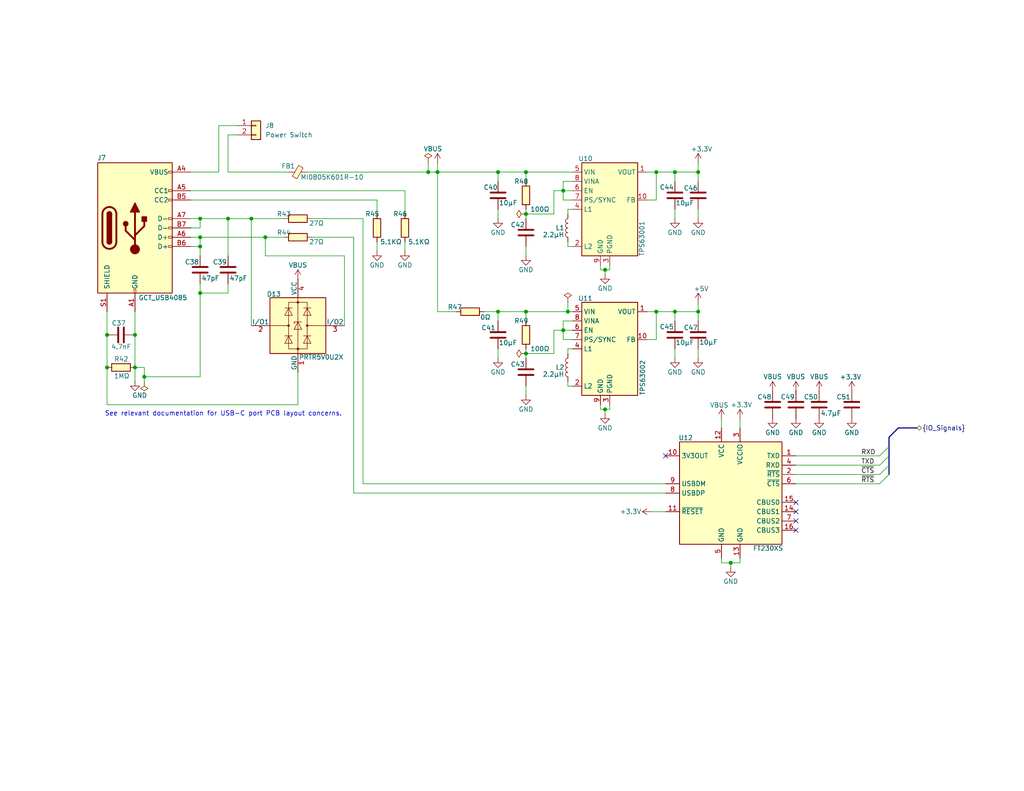
<source format=kicad_sch>
(kicad_sch (version 20231120) (generator "eeschema") (generator_version "8.0")
  (paper "USLetter")
  (lib_symbols
    (symbol "Connector:USB_C_Receptacle_USB2.0_14P" (pin_names (offset 1.016))
      (property "Reference" "J" (at 0 22.225 0))
      (property "Value" "USB_C_Receptacle_USB2.0_14P" (at 0 19.685 0))
      (symbol "USB_C_Receptacle_USB2.0_14P_0_0"
        (rectangle (start -0.254 -17.78) (end 0.254 -16.764))
        (rectangle (start 10.16 -4.826) (end 9.144 -5.334))
        (rectangle (start 10.16 -2.286) (end 9.144 -2.794))
        (rectangle (start 10.16 0.254) (end 9.144 -0.254))
        (rectangle (start 10.16 2.794) (end 9.144 2.286))
        (rectangle (start 10.16 7.874) (end 9.144 7.366))
        (rectangle (start 10.16 10.414) (end 9.144 9.906))
        (rectangle (start 10.16 15.494) (end 9.144 14.986))
      )
      (symbol "USB_C_Receptacle_USB2.0_14P_0_1"
        (rectangle (start -10.16 17.78) (end 10.16 -17.78) (stroke (width 0.254)) (fill (type background)))
        (arc (start -8.89 -3.81) (mid -6.985 -5.7067) (end -5.08 -3.81) (stroke (width 0.508)))
        (arc (start -7.62 -3.81) (mid -6.985 -4.4423) (end -6.35 -3.81) (stroke (width 0.254)))
        (arc (start -7.62 -3.81) (mid -6.985 -4.4423) (end -6.35 -3.81) (stroke (width 0.254)) (fill (type outline)))
        (rectangle (start -7.62 -3.81) (end -6.35 3.81) (stroke (width 0.254)) (fill (type outline)))
        (arc (start -6.35 3.81) (mid -6.985 4.4423) (end -7.62 3.81) (stroke (width 0.254)))
        (arc (start -6.35 3.81) (mid -6.985 4.4423) (end -7.62 3.81) (stroke (width 0.254)) (fill (type outline)))
        (arc (start -5.08 3.81) (mid -6.985 5.7067) (end -8.89 3.81) (stroke (width 0.508)))
        (circle (center -2.54 1.143) (radius 0.635) (stroke (width 0.254)) (fill (type outline)))
        (circle (center 0 -5.842) (radius 1.27) (fill (type outline)))
        (polyline (pts (xy -8.89 -3.81) (xy -8.89 3.81)) (stroke (width 0.508)))
        (polyline (pts (xy -5.08 3.81) (xy -5.08 -3.81)) (stroke (width 0.508)))
        (polyline (pts (xy 0 -5.842) (xy 0 4.318)) (stroke (width 0.508)))
        (polyline (pts (xy 0 -3.302) (xy -2.54 -0.762) (xy -2.54 0.508)) (stroke (width 0.508)))
        (polyline (pts (xy 0 -2.032) (xy 2.54 0.508) (xy 2.54 1.778)) (stroke (width 0.508)))
        (polyline (pts (xy -1.27 4.318) (xy 0 6.858) (xy 1.27 4.318) (xy -1.27 4.318)) (stroke (width 0.254)) (fill (type outline)))
        (rectangle (start 1.905 1.778) (end 3.175 3.048) (stroke (width 0.254)) (fill (type outline)))
      )
      (symbol "USB_C_Receptacle_USB2.0_14P_1_1"
        (pin passive line (at 0 -22.86 90) (length 5.08) (name "GND") (number "A1"))
        (pin passive line (at 0 -22.86 90) (length 5.08) hide (name "GND") (number "A12"))
        (pin passive line (at 15.24 15.24 180) (length 5.08) (name "VBUS") (number "A4"))
        (pin bidirectional line (at 15.24 10.16 180) (length 5.08) (name "CC1") (number "A5"))
        (pin bidirectional line (at 15.24 -2.54 180) (length 5.08) (name "D+") (number "A6"))
        (pin bidirectional line (at 15.24 2.54 180) (length 5.08) (name "D-") (number "A7"))
        (pin passive line (at 15.24 15.24 180) (length 5.08) hide (name "VBUS") (number "A9"))
        (pin passive line (at 0 -22.86 90) (length 5.08) hide (name "GND") (number "B1"))
        (pin passive line (at 0 -22.86 90) (length 5.08) hide (name "GND") (number "B12"))
        (pin passive line (at 15.24 15.24 180) (length 5.08) hide (name "VBUS") (number "B4"))
        (pin bidirectional line (at 15.24 7.62 180) (length 5.08) (name "CC2") (number "B5"))
        (pin bidirectional line (at 15.24 -5.08 180) (length 5.08) (name "D+") (number "B6"))
        (pin bidirectional line (at 15.24 0 180) (length 5.08) (name "D-") (number "B7"))
        (pin passive line (at 15.24 15.24 180) (length 5.08) hide (name "VBUS") (number "B9"))
        (pin passive line (at -7.62 -22.86 90) (length 5.08) (name "SHIELD") (number "S1"))
      )
    )
    (symbol "Connector_Generic:Conn_01x02" (pin_names (offset 1.016) hide)
      (property "Reference" "J" (at 0 2.54 0))
      (property "Value" "Conn_01x02" (at 0 -5.08 0))
      (symbol "Conn_01x02_1_1"
        (rectangle (start -1.27 -2.413) (end 0 -2.667) (stroke (width 0.1524)))
        (rectangle (start -1.27 0.127) (end 0 -0.127) (stroke (width 0.1524)))
        (rectangle (start -1.27 1.27) (end 1.27 -3.81) (stroke (width 0.254)) (fill (type background)))
        (pin passive line (at -5.08 0 0) (length 3.81) (name "Pin_1") (number "1"))
        (pin passive line (at -5.08 -2.54 0) (length 3.81) (name "Pin_2") (number "2"))
      )
    )
    (symbol "Device:C" (pin_numbers hide) (pin_names (offset 0.254))
      (property "Reference" "C" (at 0.635 2.54 0))
      (property "Value" "C" (at 0.635 -2.54 0))
      (symbol "C_0_1"
        (polyline (pts (xy -2.032 -0.762) (xy 2.032 -0.762)) (stroke (width 0.508)))
        (polyline (pts (xy -2.032 0.762) (xy 2.032 0.762)) (stroke (width 0.508)))
      )
      (symbol "C_1_1"
        (pin passive line (at 0 3.81 270) (length 2.794) (name "~") (number "1"))
        (pin passive line (at 0 -3.81 90) (length 2.794) (name "~") (number "2"))
      )
    )
    (symbol "Device:FerriteBead_Small" (pin_numbers hide) (pin_names (offset 0))
      (property "Reference" "FB" (at 1.905 1.27 0))
      (property "Value" "FerriteBead_Small" (at 1.905 -1.27 0))
      (symbol "FerriteBead_Small_0_1"
        (polyline (pts (xy 0 -1.27) (xy 0 -0.7874)))
        (polyline (pts (xy 0 0.889) (xy 0 1.2954)))
      )
      (symbol "FerriteBead_Small_1_1"
        (polyline (pts (xy -1.8288 0.2794) (xy -1.1176 1.4986) (xy 1.8288 -0.2032) (xy 1.1176 -1.4224) (xy -1.8288 0.2794)) (fill (type background)))
        (pin passive line (at 0 2.54 270) (length 1.27) (name "~") (number "1"))
        (pin passive line (at 0 -2.54 90) (length 1.27) (name "~") (number "2"))
      )
    )
    (symbol "Device:L" (pin_numbers hide) (pin_names (offset 1.016) hide)
      (property "Reference" "L" (at -1.27 0 90))
      (property "Value" "L" (at 1.905 0 90))
      (symbol "L_0_1"
        (arc (start 0 -2.54) (mid 0.6323 -1.905) (end 0 -1.27))
        (arc (start 0 -1.27) (mid 0.6323 -0.635) (end 0 0))
        (arc (start 0 0) (mid 0.6323 0.635) (end 0 1.27))
        (arc (start 0 1.27) (mid 0.6323 1.905) (end 0 2.54))
      )
      (symbol "L_1_1"
        (pin passive line (at 0 3.81 270) (length 1.27) (name "1") (number "1"))
        (pin passive line (at 0 -3.81 90) (length 1.27) (name "2") (number "2"))
      )
    )
    (symbol "Device:R" (pin_numbers hide) (pin_names (offset 0))
      (property "Reference" "R" (at 2.032 0 90))
      (property "Value" "R" (at 0 0 90))
      (symbol "R_1_1"
        (rectangle (start -1.016 2.54) (end 1.016 -2.54) (stroke (width 0.254)) (fill (type background)))
        (pin passive line (at 0 3.81 270) (length 1.27) (name "~") (number "1"))
        (pin passive line (at 0 -3.81 90) (length 1.27) (name "~") (number "2"))
      )
    )
    (symbol "Interface_USB:FT230XS"
      (property "Reference" "U" (at -13.97 15.24 0))
      (property "Value" "FT230XS" (at 7.62 15.24 0))
      (symbol "FT230XS_0_1"
        (rectangle (start -13.97 13.97) (end 13.97 -13.97) (stroke (width 0.254)) (fill (type background)))
      )
      (symbol "FT230XS_1_1"
        (pin output line (at 17.78 10.16 180) (length 3.81) (name "TXD") (number "1"))
        (pin power_out line (at -17.78 10.16 0) (length 3.81) (name "3V3OUT") (number "10"))
        (pin input line (at -17.78 -5.08 0) (length 3.81) (name "~{RESET}") (number "11"))
        (pin power_in line (at -2.54 17.78 270) (length 3.81) (name "VCC") (number "12"))
        (pin power_in line (at 2.54 -17.78 90) (length 3.81) (name "GND") (number "13"))
        (pin bidirectional line (at 17.78 -5.08 180) (length 3.81) (name "CBUS1") (number "14"))
        (pin bidirectional line (at 17.78 -2.54 180) (length 3.81) (name "CBUS0") (number "15"))
        (pin bidirectional line (at 17.78 -10.16 180) (length 3.81) (name "CBUS3") (number "16"))
        (pin output line (at 17.78 5.08 180) (length 3.81) (name "~{RTS}") (number "2"))
        (pin power_in line (at 2.54 17.78 270) (length 3.81) (name "VCCIO") (number "3"))
        (pin input line (at 17.78 7.62 180) (length 3.81) (name "RXD") (number "4"))
        (pin power_in line (at -2.54 -17.78 90) (length 3.81) (name "GND") (number "5"))
        (pin input line (at 17.78 2.54 180) (length 3.81) (name "~{CTS}") (number "6"))
        (pin bidirectional line (at 17.78 -7.62 180) (length 3.81) (name "CBUS2") (number "7"))
        (pin bidirectional line (at -17.78 0 0) (length 3.81) (name "USBDP") (number "8"))
        (pin bidirectional line (at -17.78 2.54 0) (length 3.81) (name "USBDM") (number "9"))
      )
    )
    (symbol "PWR_FLAG_1" (power) (pin_numbers hide) (pin_names (offset 0) hide)
      (property "Value" "PWR_FLAG" (at 0 3.81 0))
      (symbol "PWR_FLAG_1_0_0"
        (pin power_out line (at 0 0 90) (length 0) (name "~") (number "1"))
      )
      (symbol "PWR_FLAG_1_1_1"
        (polyline (pts (xy 0 0) (xy 0 1.27) (xy -1.016 1.905) (xy 0 2.54) (xy 1.016 1.905) (xy 0 1.27)) (fill (type background)))
      )
    )
    (symbol "PWR_FLAG_2" (power) (pin_numbers hide) (pin_names (offset 0) hide)
      (property "Value" "PWR_FLAG" (at 0 3.81 0))
      (symbol "PWR_FLAG_2_0_0"
        (pin power_out line (at 0 0 90) (length 0) (name "~") (number "1"))
      )
      (symbol "PWR_FLAG_2_1_1"
        (polyline (pts (xy 0 0) (xy 0 1.27) (xy -1.016 1.905) (xy 0 2.54) (xy 1.016 1.905) (xy 0 1.27)) (fill (type background)))
      )
    )
    (symbol "PWR_FLAG_3" (power) (pin_numbers hide) (pin_names (offset 0) hide)
      (property "Value" "PWR_FLAG" (at 0 3.81 0))
      (symbol "PWR_FLAG_3_0_0"
        (pin power_out line (at 0 0 90) (length 0) (name "~") (number "1"))
      )
      (symbol "PWR_FLAG_3_1_1"
        (polyline (pts (xy 0 0) (xy 0 1.27) (xy -1.016 1.905) (xy 0 2.54) (xy 1.016 1.905) (xy 0 1.27)) (fill (type background)))
      )
    )
    (symbol "PWR_FLAG_4" (power) (pin_numbers hide) (pin_names (offset 0) hide)
      (property "Value" "PWR_FLAG" (at 0 3.81 0))
      (symbol "PWR_FLAG_4_0_0"
        (pin power_out line (at 0 0 90) (length 0) (name "~") (number "1"))
      )
      (symbol "PWR_FLAG_4_1_1"
        (polyline (pts (xy 0 0) (xy 0 1.27) (xy -1.016 1.905) (xy 0 2.54) (xy 1.016 1.905) (xy 0 1.27)) (fill (type background)))
      )
    )
    (symbol "Power_Protection:PRTR5V0U2X" (pin_names (offset 0))
      (property "Reference" "D" (at 2.794 8.636 0))
      (property "Value" "PRTR5V0U2X" (at 8.128 -9.398 0))
      (symbol "PRTR5V0U2X_0_1"
        (rectangle (start -7.62 -7.62) (end 7.62 7.62) (stroke (width 0.254)) (fill (type background)))
        (circle (center -2.54 0) (radius 0.254) (fill (type outline)))
        (rectangle (start -2.54 6.35) (end 2.54 -6.35))
        (circle (center 0 -6.35) (radius 0.254) (fill (type outline)))
        (polyline (pts (xy -2.54 0) (xy -7.62 0)))
        (polyline (pts (xy -1.524 -2.794) (xy -3.556 -2.794)))
        (polyline (pts (xy -1.524 4.826) (xy -3.556 4.826)))
        (polyline (pts (xy 0 -7.62) (xy 0 7.62)))
        (polyline (pts (xy 1.524 -2.794) (xy 3.556 -2.794)))
        (polyline (pts (xy 1.524 4.826) (xy 3.556 4.826)))
        (polyline (pts (xy 2.54 0) (xy 7.62 0)))
        (polyline (pts (xy 1.016 1.016) (xy -1.016 1.016) (xy -1.016 0.508)))
        (polyline (pts (xy -3.556 -4.826) (xy -1.524 -4.826) (xy -2.54 -2.794) (xy -3.556 -4.826)))
        (polyline (pts (xy -3.556 2.794) (xy -1.524 2.794) (xy -2.54 4.826) (xy -3.556 2.794)))
        (polyline (pts (xy -1.016 -1.016) (xy 1.016 -1.016) (xy 0 1.016) (xy -1.016 -1.016)))
        (polyline (pts (xy 3.556 -4.826) (xy 1.524 -4.826) (xy 2.54 -2.794) (xy 3.556 -4.826)))
        (polyline (pts (xy 3.556 2.794) (xy 1.524 2.794) (xy 2.54 4.826) (xy 3.556 2.794)))
        (circle (center 0 6.35) (radius 0.254) (fill (type outline)))
        (circle (center 2.54 0) (radius 0.254) (fill (type outline)))
      )
      (symbol "PRTR5V0U2X_1_1"
        (pin passive line (at 0 -12.7 90) (length 5.08) (name "GND") (number "1"))
        (pin passive line (at -12.7 0 0) (length 5.08) (name "I/O1") (number "2"))
        (pin passive line (at 12.7 0 180) (length 5.08) (name "I/O2") (number "3"))
        (pin passive line (at 0 12.7 270) (length 5.08) (name "VCC") (number "4"))
      )
    )
    (symbol "Regulator_Switching:TPS63001"
      (property "Reference" "U" (at -7.62 13.97 0))
      (property "Value" "TPS63001" (at 5.08 13.97 0))
      (symbol "TPS63001_0_1"
        (rectangle (start -7.62 12.7) (end 7.62 -12.7) (stroke (width 0.254)) (fill (type background)))
      )
      (symbol "TPS63001_1_1"
        (pin power_out line (at 10.16 10.16 180) (length 2.54) (name "VOUT") (number "1"))
        (pin input line (at 10.16 2.54 180) (length 2.54) (name "FB") (number "10"))
        (pin passive line (at 0 -15.24 90) (length 2.54) hide (name "PGND") (number "11"))
        (pin input line (at -10.16 -10.16 0) (length 2.54) (name "L2") (number "2"))
        (pin power_in line (at 0 -15.24 90) (length 2.54) (name "PGND") (number "3"))
        (pin input line (at -10.16 0 0) (length 2.54) (name "L1") (number "4"))
        (pin power_in line (at -10.16 10.16 0) (length 2.54) (name "VIN") (number "5"))
        (pin input line (at -10.16 5.08 0) (length 2.54) (name "EN") (number "6"))
        (pin input line (at -10.16 2.54 0) (length 2.54) (name "PS/SYNC") (number "7"))
        (pin power_in line (at -10.16 7.62 0) (length 2.54) (name "VINA") (number "8"))
        (pin power_in line (at -2.54 -15.24 90) (length 2.54) (name "GND") (number "9"))
      )
    )
    (symbol "Regulator_Switching:TPS63002"
      (property "Reference" "U" (at -7.62 13.97 0))
      (property "Value" "TPS63002" (at 5.08 13.97 0))
      (symbol "TPS63002_0_1"
        (rectangle (start -7.62 12.7) (end 7.62 -12.7) (stroke (width 0.254)) (fill (type background)))
      )
      (symbol "TPS63002_1_1"
        (pin power_out line (at 10.16 10.16 180) (length 2.54) (name "VOUT") (number "1"))
        (pin input line (at 10.16 2.54 180) (length 2.54) (name "FB") (number "10"))
        (pin passive line (at 0 -15.24 90) (length 2.54) hide (name "PGND") (number "11"))
        (pin input line (at -10.16 -10.16 0) (length 2.54) (name "L2") (number "2"))
        (pin power_in line (at 0 -15.24 90) (length 2.54) (name "PGND") (number "3"))
        (pin input line (at -10.16 0 0) (length 2.54) (name "L1") (number "4"))
        (pin power_in line (at -10.16 10.16 0) (length 2.54) (name "VIN") (number "5"))
        (pin input line (at -10.16 5.08 0) (length 2.54) (name "EN") (number "6"))
        (pin input line (at -10.16 2.54 0) (length 2.54) (name "PS/SYNC") (number "7"))
        (pin power_in line (at -10.16 7.62 0) (length 2.54) (name "VINA") (number "8"))
        (pin power_in line (at -2.54 -15.24 90) (length 2.54) (name "GND") (number "9"))
      )
    )
    (symbol "power:+3.3V" (power) (pin_numbers hide) (pin_names (offset 0) hide)
      (property "Value" "+3.3V" (at 0 3.556 0))
      (symbol "+3.3V_0_1"
        (polyline (pts (xy -0.762 1.27) (xy 0 2.54)))
        (polyline (pts (xy 0 0) (xy 0 2.54)))
        (polyline (pts (xy 0 2.54) (xy 0.762 1.27)))
      )
      (symbol "+3.3V_1_1"
        (pin power_in line (at 0 0 90) (length 0) (name "~") (number "1"))
      )
    )
    (symbol "power:+5V" (power) (pin_numbers hide) (pin_names (offset 0) hide)
      (property "Value" "+5V" (at 0 3.556 0))
      (symbol "+5V_0_1"
        (polyline (pts (xy -0.762 1.27) (xy 0 2.54)))
        (polyline (pts (xy 0 0) (xy 0 2.54)))
        (polyline (pts (xy 0 2.54) (xy 0.762 1.27)))
      )
      (symbol "+5V_1_1"
        (pin power_in line (at 0 0 90) (length 0) (name "~") (number "1"))
      )
    )
    (symbol "power:GND" (power) (pin_numbers hide) (pin_names (offset 0) hide)
      (property "Value" "GND" (at 0 -3.81 0))
      (symbol "GND_0_1"
        (polyline (pts (xy 0 0) (xy 0 -1.27) (xy 1.27 -1.27) (xy 0 -2.54) (xy -1.27 -1.27) (xy 0 -1.27)))
      )
      (symbol "GND_1_1"
        (pin power_in line (at 0 0 270) (length 0) (name "~") (number "1"))
      )
    )
    (symbol "power:PWR_FLAG" (power) (pin_numbers hide) (pin_names (offset 0) hide)
      (property "Value" "PWR_FLAG" (at 0 3.81 0))
      (symbol "PWR_FLAG_0_0"
        (pin power_out line (at 0 0 90) (length 0) (name "~") (number "1"))
      )
      (symbol "PWR_FLAG_1_1"
        (polyline (pts (xy 0 0) (xy 0 1.27) (xy -1.016 1.905) (xy 0 2.54) (xy 1.016 1.905) (xy 0 1.27)) (fill (type background)))
      )
    )
    (symbol "power:VBUS" (power) (pin_numbers hide) (pin_names (offset 0) hide)
      (property "Value" "VBUS" (at 0 3.556 0))
      (symbol "VBUS_0_1"
        (polyline (pts (xy -0.762 1.27) (xy 0 2.54)))
        (polyline (pts (xy 0 0) (xy 0 2.54)))
        (polyline (pts (xy 0 2.54) (xy 0.762 1.27)))
      )
      (symbol "VBUS_1_1"
        (pin power_in line (at 0 0 90) (length 0) (name "~") (number "1"))
      )
    )
  )
  (junction (at 184.15 46.99))
  (junction (at 154.94 85.09))
  (junction (at 184.15 85.09))
  (junction (at 54.61 80.01))
  (junction (at 36.83 91.44))
  (junction (at 36.83 100.33))
  (junction (at 179.07 85.09))
  (junction (at 165.1 111.76))
  (junction (at 68.58 59.69))
  (junction (at 135.89 85.09))
  (junction (at 72.39 64.77))
  (junction (at 165.1 73.66))
  (junction (at 143.51 85.09))
  (junction (at 153.67 52.07))
  (junction (at 190.5 85.09))
  (junction (at 29.21 100.33))
  (junction (at 29.21 91.44))
  (junction (at 135.89 46.99))
  (junction (at 143.51 58.42))
  (junction (at 153.67 90.17))
  (junction (at 54.61 64.77))
  (junction (at 199.39 153.67))
  (junction (at 54.61 59.69))
  (junction (at 54.61 67.31))
  (junction (at 143.51 96.52))
  (junction (at 143.51 46.99))
  (junction (at 62.23 59.69))
  (junction (at 39.37 102.87))
  (junction (at 179.07 46.99))
  (junction (at 116.84 46.99))
  (junction (at 119.38 46.99))
  (junction (at 190.5 46.99))
  (no_connect (at 217.17 142.24))
  (no_connect (at 217.17 144.78))
  (no_connect (at 217.17 137.16))
  (no_connect (at 217.17 139.7))
  (no_connect (at 181.61 124.46))
  (bus_entry (at 242.57 121.92) (size -2.54 2.54))
  (bus_entry (at 242.57 124.46) (size -2.54 2.54))
  (bus_entry (at 242.57 127) (size -2.54 2.54))
  (bus_entry (at 242.57 129.54) (size -2.54 2.54))
  (wire (pts (xy 59.69 34.29) (xy 64.77 34.29)))
  (wire (pts (xy 102.87 54.61) (xy 102.87 58.42)))
  (wire (pts (xy 62.23 77.47) (xy 62.23 80.01)))
  (wire (pts (xy 143.51 95.25) (xy 143.51 96.52)))
  (wire (pts (xy 143.51 57.15) (xy 143.51 58.42)))
  (wire (pts (xy 132.08 85.09) (xy 135.89 85.09)))
  (wire (pts (xy 184.15 46.99) (xy 184.15 49.53)))
  (wire (pts (xy 143.51 46.99) (xy 143.51 49.53)))
  (wire (pts (xy 176.53 54.61) (xy 179.07 54.61)))
  (wire (pts (xy 62.23 36.83) (xy 64.77 36.83)))
  (wire (pts (xy 68.58 59.69) (xy 68.58 88.9)))
  (wire (pts (xy 153.67 49.53) (xy 156.21 49.53)))
  (bus (pts (xy 242.57 119.38) (xy 242.57 121.92)))
  (wire (pts (xy 54.61 59.69) (xy 54.61 62.23)))
  (wire (pts (xy 201.93 114.3) (xy 201.93 116.84)))
  (wire (pts (xy 93.98 69.85) (xy 93.98 88.9)))
  (wire (pts (xy 54.61 59.69) (xy 52.07 59.69)))
  (wire (pts (xy 29.21 91.44) (xy 29.21 100.33)))
  (wire (pts (xy 99.06 59.69) (xy 99.06 132.08)))
  (wire (pts (xy 154.94 57.15) (xy 154.94 58.42)))
  (wire (pts (xy 196.85 153.67) (xy 199.39 153.67)))
  (wire (pts (xy 153.67 87.63) (xy 156.21 87.63)))
  (wire (pts (xy 163.83 111.76) (xy 165.1 111.76)))
  (wire (pts (xy 154.94 95.25) (xy 156.21 95.25)))
  (wire (pts (xy 199.39 153.67) (xy 201.93 153.67)))
  (wire (pts (xy 119.38 46.99) (xy 119.38 85.09)))
  (wire (pts (xy 154.94 95.25) (xy 154.94 96.52)))
  (wire (pts (xy 196.85 114.3) (xy 196.85 116.84)))
  (wire (pts (xy 151.13 52.07) (xy 151.13 58.42)))
  (wire (pts (xy 62.23 36.83) (xy 62.23 46.99)))
  (wire (pts (xy 151.13 90.17) (xy 151.13 96.52)))
  (wire (pts (xy 143.51 96.52) (xy 151.13 96.52)))
  (wire (pts (xy 96.52 64.77) (xy 96.52 134.62)))
  (wire (pts (xy 52.07 52.07) (xy 110.49 52.07)))
  (wire (pts (xy 85.09 64.77) (xy 96.52 64.77)))
  (wire (pts (xy 217.17 124.46) (xy 240.03 124.46)))
  (wire (pts (xy 153.67 54.61) (xy 156.21 54.61)))
  (wire (pts (xy 36.83 100.33) (xy 39.37 100.33)))
  (wire (pts (xy 179.07 46.99) (xy 179.07 54.61)))
  (wire (pts (xy 54.61 77.47) (xy 54.61 80.01)))
  (wire (pts (xy 190.5 46.99) (xy 190.5 49.53)))
  (wire (pts (xy 52.07 64.77) (xy 54.61 64.77)))
  (wire (pts (xy 54.61 59.69) (xy 62.23 59.69)))
  (wire (pts (xy 62.23 46.99) (xy 78.74 46.99)))
  (wire (pts (xy 143.51 58.42) (xy 151.13 58.42)))
  (wire (pts (xy 165.1 111.76) (xy 166.37 111.76)))
  (wire (pts (xy 39.37 102.87) (xy 39.37 104.14)))
  (wire (pts (xy 39.37 100.33) (xy 39.37 102.87)))
  (wire (pts (xy 72.39 69.85) (xy 93.98 69.85)))
  (wire (pts (xy 154.94 104.14) (xy 154.94 105.41)))
  (wire (pts (xy 119.38 44.45) (xy 119.38 46.99)))
  (wire (pts (xy 196.85 152.4) (xy 196.85 153.67)))
  (wire (pts (xy 165.1 73.66) (xy 165.1 74.93)))
  (bus (pts (xy 242.57 121.92) (xy 242.57 124.46)))
  (wire (pts (xy 54.61 67.31) (xy 54.61 69.85)))
  (wire (pts (xy 29.21 85.09) (xy 29.21 91.44)))
  (wire (pts (xy 184.15 85.09) (xy 184.15 87.63)))
  (wire (pts (xy 163.83 110.49) (xy 163.83 111.76)))
  (wire (pts (xy 184.15 97.79) (xy 184.15 95.25)))
  (wire (pts (xy 153.67 52.07) (xy 153.67 54.61)))
  (wire (pts (xy 52.07 46.99) (xy 59.69 46.99)))
  (wire (pts (xy 199.39 154.94) (xy 199.39 153.67)))
  (wire (pts (xy 68.58 59.69) (xy 77.47 59.69)))
  (wire (pts (xy 190.5 85.09) (xy 190.5 82.55)))
  (wire (pts (xy 85.09 59.69) (xy 99.06 59.69)))
  (wire (pts (xy 116.84 46.99) (xy 119.38 46.99)))
  (wire (pts (xy 102.87 66.04) (xy 102.87 68.58)))
  (bus (pts (xy 242.57 127) (xy 242.57 129.54)))
  (wire (pts (xy 59.69 34.29) (xy 59.69 46.99)))
  (wire (pts (xy 153.67 92.71) (xy 156.21 92.71)))
  (wire (pts (xy 135.89 97.79) (xy 135.89 95.25)))
  (wire (pts (xy 72.39 64.77) (xy 72.39 69.85)))
  (wire (pts (xy 29.21 100.33) (xy 29.21 110.49)))
  (wire (pts (xy 36.83 85.09) (xy 36.83 91.44)))
  (wire (pts (xy 165.1 73.66) (xy 166.37 73.66)))
  (wire (pts (xy 143.51 85.09) (xy 143.51 87.63)))
  (wire (pts (xy 36.83 100.33) (xy 36.83 104.14)))
  (wire (pts (xy 184.15 85.09) (xy 190.5 85.09)))
  (wire (pts (xy 54.61 80.01) (xy 62.23 80.01)))
  (wire (pts (xy 154.94 66.04) (xy 154.94 67.31)))
  (bus (pts (xy 242.57 124.46) (xy 242.57 127)))
  (wire (pts (xy 166.37 72.39) (xy 166.37 73.66)))
  (wire (pts (xy 179.07 85.09) (xy 184.15 85.09)))
  (wire (pts (xy 154.94 85.09) (xy 156.21 85.09)))
  (wire (pts (xy 83.82 46.99) (xy 116.84 46.99)))
  (wire (pts (xy 217.17 127) (xy 240.03 127)))
  (wire (pts (xy 190.5 59.69) (xy 190.5 57.15)))
  (wire (pts (xy 153.67 87.63) (xy 153.67 90.17)))
  (wire (pts (xy 201.93 152.4) (xy 201.93 153.67)))
  (wire (pts (xy 135.89 46.99) (xy 143.51 46.99)))
  (wire (pts (xy 62.23 59.69) (xy 68.58 59.69)))
  (wire (pts (xy 143.51 85.09) (xy 154.94 85.09)))
  (wire (pts (xy 153.67 49.53) (xy 153.67 52.07)))
  (wire (pts (xy 54.61 64.77) (xy 54.61 67.31)))
  (wire (pts (xy 163.83 73.66) (xy 165.1 73.66)))
  (wire (pts (xy 143.51 107.95) (xy 143.51 105.41)))
  (wire (pts (xy 179.07 46.99) (xy 184.15 46.99)))
  (wire (pts (xy 119.38 46.99) (xy 135.89 46.99)))
  (wire (pts (xy 143.51 46.99) (xy 156.21 46.99)))
  (wire (pts (xy 151.13 90.17) (xy 153.67 90.17)))
  (wire (pts (xy 135.89 46.99) (xy 135.89 49.53)))
  (bus (pts (xy 250.19 116.84) (xy 245.11 116.84)))
  (wire (pts (xy 135.89 85.09) (xy 135.89 87.63)))
  (wire (pts (xy 99.06 132.08) (xy 181.61 132.08)))
  (wire (pts (xy 179.07 85.09) (xy 179.07 92.71)))
  (wire (pts (xy 151.13 52.07) (xy 153.67 52.07)))
  (wire (pts (xy 176.53 85.09) (xy 179.07 85.09)))
  (wire (pts (xy 153.67 52.07) (xy 156.21 52.07)))
  (wire (pts (xy 96.52 134.62) (xy 181.61 134.62)))
  (wire (pts (xy 143.51 58.42) (xy 143.51 59.69)))
  (wire (pts (xy 153.67 90.17) (xy 153.67 92.71)))
  (wire (pts (xy 154.94 67.31) (xy 156.21 67.31)))
  (wire (pts (xy 176.53 46.99) (xy 179.07 46.99)))
  (wire (pts (xy 154.94 82.55) (xy 154.94 85.09)))
  (wire (pts (xy 166.37 110.49) (xy 166.37 111.76)))
  (wire (pts (xy 143.51 69.85) (xy 143.51 67.31)))
  (wire (pts (xy 135.89 85.09) (xy 143.51 85.09)))
  (wire (pts (xy 190.5 97.79) (xy 190.5 95.25)))
  (wire (pts (xy 135.89 59.69) (xy 135.89 57.15)))
  (bus (pts (xy 245.11 116.84) (xy 242.57 119.38)))
  (wire (pts (xy 153.67 90.17) (xy 156.21 90.17)))
  (wire (pts (xy 154.94 57.15) (xy 156.21 57.15)))
  (wire (pts (xy 165.1 111.76) (xy 165.1 113.03)))
  (wire (pts (xy 39.37 102.87) (xy 54.61 102.87)))
  (wire (pts (xy 163.83 72.39) (xy 163.83 73.66)))
  (wire (pts (xy 110.49 52.07) (xy 110.49 58.42)))
  (wire (pts (xy 54.61 80.01) (xy 54.61 102.87)))
  (wire (pts (xy 190.5 85.09) (xy 190.5 87.63)))
  (wire (pts (xy 143.51 96.52) (xy 143.51 97.79)))
  (wire (pts (xy 29.21 110.49) (xy 81.28 110.49)))
  (wire (pts (xy 154.94 105.41) (xy 156.21 105.41)))
  (wire (pts (xy 52.07 54.61) (xy 102.87 54.61)))
  (wire (pts (xy 177.8 139.7) (xy 181.61 139.7)))
  (wire (pts (xy 116.84 44.45) (xy 116.84 46.99)))
  (wire (pts (xy 36.83 91.44) (xy 36.83 100.33)))
  (wire (pts (xy 54.61 64.77) (xy 72.39 64.77)))
  (wire (pts (xy 217.17 132.08) (xy 240.03 132.08)))
  (wire (pts (xy 52.07 62.23) (xy 54.61 62.23)))
  (wire (pts (xy 119.38 85.09) (xy 124.46 85.09)))
  (wire (pts (xy 110.49 66.04) (xy 110.49 68.58)))
  (wire (pts (xy 81.28 101.6) (xy 81.28 110.49)))
  (wire (pts (xy 217.17 129.54) (xy 240.03 129.54)))
  (wire (pts (xy 72.39 64.77) (xy 77.47 64.77)))
  (wire (pts (xy 176.53 92.71) (xy 179.07 92.71)))
  (wire (pts (xy 190.5 44.45) (xy 190.5 46.99)))
  (wire (pts (xy 184.15 59.69) (xy 184.15 57.15)))
  (wire (pts (xy 52.07 67.31) (xy 54.61 67.31)))
  (wire (pts (xy 184.15 46.99) (xy 190.5 46.99)))
  (wire (pts (xy 62.23 59.69) (xy 62.23 69.85)))
  (text "See relevant documentation for USB-C port PCB layout concerns." (at 60.96 113.03 0) (effects (font (size 1.27 1.27))))
  (label "~{CTS}" (at 234.95 129.54 0))
  (label "RXD" (at 234.95 124.46 0))
  (label "TXD" (at 234.95 127 0))
  (label "~{RTS}" (at 234.95 132.08 0))
  (hierarchical_label "{IO_Signals}" (shape bidirectional) (at 250.19 116.84 0))
  (symbol (lib_id "Device:C") (at 143.51 63.5 0) (unit 1)
    (property "Reference" "C42" (at 139.314 61.3848 0) (effects (justify left)))
    (property "Value" "CL05A106MQ5NUNC" (effects (hide yes)))
    (property "Footprint" "Capacitor_SMD:C_0402_1005Metric" (effects (hide yes)))
    (property "Description" "Unpolarized capacitor" (effects (hide yes)))
  )
  (symbol (lib_id "Device:R") (at 110.49 62.23 180) (unit 1)
    (property "Reference" "R46" (at 109.22 58.42 0))
    (property "Value" "5.1KΩ" (at 114.3 66.04 0))
    (property "Footprint" "Resistor_SMD:R_0402_1005Metric" (effects (hide yes)))
    (property "Description" "Resistor" (effects (hide yes)))
  )
  (symbol (lib_id "power:+3.3V") (at 190.5 44.45 0) (unit 1)
    (property "Reference" "#PWR0140" (effects (hide yes)))
    (property "Value" "+3.3V" (at 191.4337 40.7004 0))
    (property "Description" "Power symbol creates a global label with name \"+3.3V\"" (effects (hide yes)))
  )
  (symbol (lib_id "power:GND") (at 199.39 154.94 0) (unit 1)
    (property "Reference" "#PWR0145" (effects (hide yes)))
    (property "Value" "GND" (at 199.39 158.75 0))
    (property "Description" "Power symbol creates a global label with name \"GND\" , ground" (effects (hide yes)))
  )
  (symbol (lib_id "power:VBUS") (at 81.28 76.2 0) (unit 1)
    (property "Reference" "#PWR0127" (effects (hide yes)))
    (property "Value" "VBUS" (at 81.28 72.39 0))
    (property "Description" "Power symbol creates a global label with name \"VBUS\"" (effects (hide yes)))
  )
  (symbol (lib_id "power:GND") (at 190.5 97.79 0) (unit 1)
    (property "Reference" "#PWR0143" (effects (hide yes)))
    (property "Value" "GND" (at 190.5 101.6 0))
    (property "Description" "Power symbol creates a global label with name \"GND\" , ground" (effects (hide yes)))
  )
  (symbol (lib_id "Device:R") (at 143.51 91.44 180) (unit 1)
    (property "Reference" "R49" (at 142.24 87.63 0))
    (property "Value" "100Ω" (at 147.32 95.25 0))
    (property "Footprint" "Resistor_SMD:R_0402_1005Metric" (effects (hide yes)))
    (property "Description" "Resistor" (effects (hide yes)))
  )
  (symbol (lib_name "PWR_FLAG_2") (lib_id "power:PWR_FLAG") (at 39.37 104.14 180) (unit 1)
    (property "Reference" "#FLG03" (effects (hide yes)))
    (property "Value" "PWR_FLAG" (effects (hide yes)))
    (property "Description" "Special symbol for telling ERC where power comes from" (effects (hide yes)))
  )
  (symbol (lib_name "PWR_FLAG_3") (lib_id "power:PWR_FLAG") (at 143.51 58.42 90) (unit 1)
    (property "Reference" "#FLG05" (effects (hide yes)))
    (property "Value" "PWR_FLAG" (effects (hide yes)))
    (property "Description" "Special symbol for telling ERC where power comes from" (effects (hide yes)))
  )
  (symbol (lib_id "Regulator_Switching:TPS63002") (at 166.37 95.25 0) (unit 1)
    (property "Reference" "U11" (at 159.7328 81.4764 0))
    (property "Value" "TPS63002" (at 175.3415 103.1174 90))
    (property "Footprint" "Package_SON:Texas_DRC0010J_ThermalVias" (effects (hide yes)))
    (property "Datasheet" "http://www.ti.com/lit/ds/symlink/tps63000.pdf" (effects (hide yes)))
    (property "Description" "Buck-Boost Converter, 1.8-5.5V Input Voltage, 1.7A Switch Current, 5V Output Voltage, VSON-10" (effects (hide yes)))
  )
  (symbol (lib_id "power:VBUS") (at 217.17 106.68 0) (unit 1)
    (property "Reference" "#PWR0149" (effects (hide yes)))
    (property "Value" "VBUS" (at 217.17 102.87 0))
    (property "Description" "Power symbol creates a global label with name \"VBUS\"" (effects (hide yes)))
  )
  (symbol (lib_id "Device:R") (at 81.28 59.69 90) (unit 1)
    (property "Reference" "R43" (at 77.47 58.42 90))
    (property "Value" "27Ω" (at 86.36 60.96 90))
    (property "Footprint" "Resistor_SMD:R_0402_1005Metric" (effects (hide yes)))
    (property "Description" "Resistor" (effects (hide yes)))
  )
  (symbol (lib_id "Connector:USB_C_Receptacle_USB2.0_14P") (at 36.83 62.23 0) (unit 1)
    (property "Reference" "J7" (at 27.7388 43.0967 0))
    (property "Value" "GCT_USB4085" (at 44.45 81.28 0))
    (property "Footprint" "Connector_USB:USB_C_Receptacle_GCT_USB4085" (effects (hide yes)))
    (property "Datasheet" "https://www.usb.org/sites/default/files/documents/usb_type-c.zip" (effects (hide yes)))
    (property "Description" "USB 2.0-only 14P Type-C Receptacle connector" (effects (hide yes)))
  )
  (symbol (lib_id "power:GND") (at 184.15 97.79 0) (unit 1)
    (property "Reference" "#PWR0139" (effects (hide yes)))
    (property "Value" "GND" (at 184.15 101.6 0))
    (property "Description" "Power symbol creates a global label with name \"GND\" , ground" (effects (hide yes)))
  )
  (symbol (lib_id "Device:C") (at 135.89 91.44 180) (unit 1)
    (property "Reference" "C41" (at 135.2373 89.5058 0) (effects (justify left)))
    (property "Value" "10µF" (at 141.1246 93.5577 0) (effects (justify left)))
    (property "Footprint" "Capacitor_SMD:C_0402_1005Metric" (effects (hide yes)))
    (property "Description" "Unpolarized capacitor" (effects (hide yes)))
  )
  (symbol (lib_id "Device:C") (at 190.5 91.44 180) (unit 1)
    (property "Reference" "C47" (at 190.4406 89.4581 0) (effects (justify left)))
    (property "Value" "10µF" (at 195.8293 93.4401 0) (effects (justify left)))
    (property "Footprint" "Capacitor_SMD:C_0402_1005Metric" (effects (hide yes)))
    (property "Description" "Unpolarized capacitor" (effects (hide yes)))
  )
  (symbol (lib_id "Device:C") (at 54.61 73.66 0) (unit 1)
    (property "Reference" "C38" (at 50.414 71.5448 0) (effects (justify left)))
    (property "Value" "47pF" (at 54.9794 75.9823 0) (effects (justify left)))
    (property "Footprint" "Capacitor_SMD:C_0402_1005Metric" (effects (hide yes)))
    (property "Description" "Unpolarized capacitor" (effects (hide yes)))
  )
  (symbol (lib_name "PWR_FLAG_1") (lib_id "power:PWR_FLAG") (at 116.84 44.45 0) (unit 1)
    (property "Reference" "#FLG04" (effects (hide yes)))
    (property "Value" "PWR_FLAG" (effects (hide yes)))
    (property "Description" "Special symbol for telling ERC where power comes from" (effects (hide yes)))
  )
  (symbol (lib_id "Device:C") (at 135.89 53.34 180) (unit 1)
    (property "Reference" "C40" (at 135.8276 51.1607 0) (effects (justify left)))
    (property "Value" "10µF" (at 141.1879 55.3781 0) (effects (justify left)))
    (property "Footprint" "Capacitor_SMD:C_0402_1005Metric" (effects (hide yes)))
    (property "Description" "Unpolarized capacitor" (effects (hide yes)))
  )
  (symbol (lib_id "power:+5V") (at 190.5 82.55 0) (unit 1)
    (property "Reference" "#PWR0142" (effects (hide yes)))
    (property "Value" "+5V" (at 191.3244 78.8428 0))
    (property "Description" "Power symbol creates a global label with name \"+5V\"" (effects (hide yes)))
  )
  (symbol (lib_id "power:GND") (at 135.89 97.79 0) (unit 1)
    (property "Reference" "#PWR0132" (effects (hide yes)))
    (property "Value" "GND" (at 135.89 101.6 0))
    (property "Description" "Power symbol creates a global label with name \"GND\" , ground" (effects (hide yes)))
  )
  (symbol (lib_id "power:GND") (at 36.83 104.14 0) (unit 1)
    (property "Reference" "#PWR0126" (effects (hide yes)))
    (property "Value" "GND" (at 38.1 107.95 0))
    (property "Description" "Power symbol creates a global label with name \"GND\" , ground" (effects (hide yes)))
  )
  (symbol (lib_id "Device:R") (at 143.51 53.34 180) (unit 1)
    (property "Reference" "R48" (at 142.24 49.53 0))
    (property "Value" "100Ω" (at 147.32 57.15 0))
    (property "Footprint" "Resistor_SMD:R_0402_1005Metric" (effects (hide yes)))
    (property "Description" "Resistor" (effects (hide yes)))
  )
  (symbol (lib_id "power:GND") (at 210.82 114.3 0) (unit 1)
    (property "Reference" "#PWR0148" (effects (hide yes)))
    (property "Value" "GND" (at 210.82 118.11 0))
    (property "Description" "Power symbol creates a global label with name \"GND\" , ground" (effects (hide yes)))
  )
  (symbol (lib_id "power:GND") (at 232.41 114.3 0) (unit 1)
    (property "Reference" "#PWR0154" (effects (hide yes)))
    (property "Value" "GND" (at 232.41 118.11 0))
    (property "Description" "Power symbol creates a global label with name \"GND\" , ground" (effects (hide yes)))
  )
  (symbol (lib_id "power:GND") (at 217.17 114.3 0) (unit 1)
    (property "Reference" "#PWR0150" (effects (hide yes)))
    (property "Value" "GND" (at 217.17 118.11 0))
    (property "Description" "Power symbol creates a global label with name \"GND\" , ground" (effects (hide yes)))
  )
  (symbol (lib_id "power:GND") (at 165.1 113.03 0) (unit 1)
    (property "Reference" "#PWR0136" (effects (hide yes)))
    (property "Value" "GND" (at 165.1 116.84 0))
    (property "Description" "Power symbol creates a global label with name \"GND\" , ground" (effects (hide yes)))
  )
  (symbol (lib_id "power:+3.3V") (at 232.41 106.68 0) (unit 1)
    (property "Reference" "#PWR0153" (effects (hide yes)))
    (property "Value" "+3.3V" (at 232.0737 102.9304 0))
    (property "Description" "Power symbol creates a global label with name \"+3.3V\"" (effects (hide yes)))
  )
  (symbol (lib_id "power:+3.3V") (at 201.93 114.3 0) (unit 1)
    (property "Reference" "#PWR0146" (effects (hide yes)))
    (property "Value" "+3.3V" (at 202.2822 110.5356 0))
    (property "Description" "Power symbol creates a global label with name \"+3.3V\"" (effects (hide yes)))
  )
  (symbol (lib_id "Connector_Generic:Conn_01x02") (at 69.85 34.29 0) (unit 1)
    (property "Reference" "J8" (at 72.39 34.2899 0) (effects (justify left)))
    (property "Value" "Power Switch" (at 72.39 36.8299 0) (effects (justify left)))
    (property "Footprint" "Connector_PinHeader_2.54mm:PinHeader_1x02_P2.54mm_Vertical" (effects (hide yes)))
    (property "Description" "Generic connector, single row, 01x02, script generated (kicad-library-utils/schlib/autogen/connector/)" (effects (hide yes)))
  )
  (symbol (lib_id "Device:FerriteBead_Small") (at 81.28 46.99 90) (unit 1)
    (property "Reference" "FB1" (at 80.551 45.3339 90) (effects (justify left)))
    (property "Value" "MI0805K601R-10" (at 99.2545 48.3745 90) (effects (justify left)))
    (property "Footprint" "Inductor_SMD:L_0805_2012Metric" (effects (hide yes)))
    (property "Description" "Ferrite bead, small symbol" (effects (hide yes)))
  )
  (symbol (lib_id "power:GND") (at 135.89 59.69 0) (unit 1)
    (property "Reference" "#PWR0131" (effects (hide yes)))
    (property "Value" "GND" (at 135.89 63.5 0))
    (property "Description" "Power symbol creates a global label with name \"GND\" , ground" (effects (hide yes)))
  )
  (symbol (lib_id "Power_Protection:PRTR5V0U2X") (at 81.28 88.9 0) (unit 1)
    (property "Reference" "D13" (at 74.7226 80.2951 0))
    (property "Value" "PRTR5V0U2X" (at 87.63 97.5044 0))
    (property "Footprint" "Package_TO_SOT_SMD:SOT-143" (effects (hide yes)))
    (property "Datasheet" "https://assets.nexperia.com/documents/data-sheet/PRTR5V0U2X.pdf" (effects (hide yes)))
    (property "Description" "Ultra low capacitance double rail-to-rail ESD protection diode, SOT-143" (effects (hide yes)))
  )
  (symbol (lib_id "power:GND") (at 223.52 114.3 0) (unit 1)
    (property "Reference" "#PWR0152" (effects (hide yes)))
    (property "Value" "GND" (at 223.52 118.11 0))
    (property "Description" "Power symbol creates a global label with name \"GND\" , ground" (effects (hide yes)))
  )
  (symbol (lib_id "Device:C") (at 62.23 73.66 0) (unit 1)
    (property "Reference" "C39" (at 58.034 71.5448 0) (effects (justify left)))
    (property "Value" "47pF" (at 62.5994 75.9823 0) (effects (justify left)))
    (property "Footprint" "Capacitor_SMD:C_0402_1005Metric" (effects (hide yes)))
    (property "Description" "Unpolarized capacitor" (effects (hide yes)))
  )
  (symbol (lib_id "Interface_USB:FT230XS") (at 199.39 134.62 0) (unit 1)
    (property "Reference" "U12" (at 185.1192 119.5454 0) (effects (justify left)))
    (property "Value" "FT230XS" (at 205.3956 149.699 0) (effects (justify left)))
    (property "Footprint" "Package_SO:SSOP-16_3.9x4.9mm_P0.635mm" (effects (hide yes)))
    (property "Datasheet" "https://www.ftdichip.com/Support/Documents/DataSheets/ICs/DS_FT230X.pdf" (effects (hide yes)))
    (property "Description" "Full Speed USB to Basic UART, SSOP-16" (effects (hide yes)))
  )
  (symbol (lib_id "Device:C") (at 143.51 101.6 0) (unit 1)
    (property "Reference" "C43" (at 139.314 99.4848 0) (effects (justify left)))
    (property "Value" "CL05A106MQ5NUNC" (effects (hide yes)))
    (property "Footprint" "Capacitor_SMD:C_0402_1005Metric" (effects (hide yes)))
    (property "Description" "Unpolarized capacitor" (effects (hide yes)))
  )
  (symbol (lib_id "Device:L") (at 154.94 100.33 0) (mirror y) (unit 1)
    (property "Reference" "L2" (at 154.0286 100.3034 0) (effects (justify left)))
    (property "Value" "2.2µH" (at 153.9625 102.1871 0) (effects (justify left)))
    (property "Footprint" "Inductor_SMD:L_Bourns_SRN8040TA" (effects (hide yes)))
    (property "Description" "Inductor" (effects (hide yes)))
    (property "Part No." "SRN8040-2R2Y " (effects (hide yes)))
  )
  (symbol (lib_name "PWR_FLAG_4") (lib_id "power:PWR_FLAG") (at 143.51 96.52 90) (unit 1)
    (property "Reference" "#FLG06" (effects (hide yes)))
    (property "Value" "PWR_FLAG" (effects (hide yes)))
    (property "Description" "Special symbol for telling ERC where power comes from" (effects (hide yes)))
  )
  (symbol (lib_id "power:GND") (at 143.51 69.85 0) (unit 1)
    (property "Reference" "#PWR0133" (effects (hide yes)))
    (property "Value" "GND" (at 143.51 73.66 0))
    (property "Description" "Power symbol creates a global label with name \"GND\" , ground" (effects (hide yes)))
  )
  (symbol (lib_id "power:GND") (at 190.5 59.69 0) (unit 1)
    (property "Reference" "#PWR0141" (effects (hide yes)))
    (property "Value" "GND" (at 190.5 63.5 0))
    (property "Description" "Power symbol creates a global label with name \"GND\" , ground" (effects (hide yes)))
  )
  (symbol (lib_id "power:GND") (at 143.51 107.95 0) (unit 1)
    (property "Reference" "#PWR0134" (effects (hide yes)))
    (property "Value" "GND" (at 143.51 111.76 0))
    (property "Description" "Power symbol creates a global label with name \"GND\" , ground" (effects (hide yes)))
  )
  (symbol (lib_id "Device:C") (at 33.02 91.44 90) (unit 1)
    (property "Reference" "C37" (at 34.3583 88.2292 90) (effects (justify left)))
    (property "Value" "4.7nF" (at 35.7921 94.6699 90) (effects (justify left)))
    (property "Footprint" "Capacitor_SMD:C_0402_1005Metric" (effects (hide yes)))
    (property "Description" "Unpolarized capacitor" (effects (hide yes)))
  )
  (symbol (lib_id "power:VBUS") (at 119.38 44.45 0) (unit 1)
    (property "Reference" "#PWR0130" (effects (hide yes)))
    (property "Value" "VBUS" (at 118.11 40.64 0))
    (property "Description" "Power symbol creates a global label with name \"VBUS\"" (effects (hide yes)))
  )
  (symbol (lib_id "Device:C") (at 223.52 110.49 0) (unit 1)
    (property "Reference" "C50" (at 219.324 108.3748 0) (effects (justify left)))
    (property "Value" "4.7µF" (at 223.8894 112.8123 0) (effects (justify left)))
    (property "Footprint" "Capacitor_SMD:C_0402_1005Metric" (effects (hide yes)))
    (property "Description" "Unpolarized capacitor" (effects (hide yes)))
  )
  (symbol (lib_id "power:GND") (at 110.49 68.58 0) (unit 1)
    (property "Reference" "#PWR0129" (effects (hide yes)))
    (property "Value" "GND" (at 110.49 72.39 0))
    (property "Description" "Power symbol creates a global label with name \"GND\" , ground" (effects (hide yes)))
  )
  (symbol (lib_id "power:VBUS") (at 210.82 106.68 0) (unit 1)
    (property "Reference" "#PWR0147" (effects (hide yes)))
    (property "Value" "VBUS" (at 210.82 102.87 0))
    (property "Description" "Power symbol creates a global label with name \"VBUS\"" (effects (hide yes)))
  )
  (symbol (lib_id "Device:L") (at 154.94 62.23 0) (mirror y) (unit 1)
    (property "Reference" "L1" (at 154.0286 62.2034 0) (effects (justify left)))
    (property "Value" "2.2µH" (at 153.9625 64.0871 0) (effects (justify left)))
    (property "Footprint" "Inductor_SMD:L_Bourns_SRN8040TA" (effects (hide yes)))
    (property "Description" "Inductor" (effects (hide yes)))
    (property "Part No." "SRN8040-2R2Y " (effects (hide yes)))
  )
  (symbol (lib_id "Device:C") (at 217.17 110.49 0) (unit 1)
    (property "Reference" "C49" (at 212.974 108.3748 0) (effects (justify left)))
    (property "Value" "CL05A106MQ5NUNC" (effects (hide yes)))
    (property "Footprint" "Capacitor_SMD:C_0402_1005Metric" (effects (hide yes)))
    (property "Description" "Unpolarized capacitor" (effects (hide yes)))
  )
  (symbol (lib_id "Regulator_Switching:TPS63001") (at 166.37 57.15 0) (unit 1)
    (property "Reference" "U10" (at 159.7614 43.3064 0))
    (property "Value" "TPS63001" (at 175.1372 65.1394 90))
    (property "Footprint" "Package_SON:Texas_DRC0010J_ThermalVias" (effects (hide yes)))
    (property "Datasheet" "http://www.ti.com/lit/ds/symlink/tps63000.pdf" (effects (hide yes)))
    (property "Description" "Buck-Boost Converter, 1.8-5.5V Input Voltage, 1.7A Switch Current, 3.3V Output Voltage, VSON-10" (effects (hide yes)))
  )
  (symbol (lib_id "Device:C") (at 184.15 53.34 180) (unit 1)
    (property "Reference" "C44" (at 183.893 51.1333 0) (effects (justify left)))
    (property "Value" "10µF" (at 189.3925 55.4188 0) (effects (justify left)))
    (property "Footprint" "Capacitor_SMD:C_0402_1005Metric" (effects (hide yes)))
    (property "Description" "Unpolarized capacitor" (effects (hide yes)))
  )
  (symbol (lib_id "power:GND") (at 184.15 59.69 0) (unit 1)
    (property "Reference" "#PWR0138" (effects (hide yes)))
    (property "Value" "GND" (at 184.15 63.5 0))
    (property "Description" "Power symbol creates a global label with name \"GND\" , ground" (effects (hide yes)))
  )
  (symbol (lib_id "power:GND") (at 102.87 68.58 0) (unit 1)
    (property "Reference" "#PWR0128" (effects (hide yes)))
    (property "Value" "GND" (at 102.87 72.39 0))
    (property "Description" "Power symbol creates a global label with name \"GND\" , ground" (effects (hide yes)))
  )
  (symbol (lib_id "power:VBUS") (at 223.52 106.68 0) (unit 1)
    (property "Reference" "#PWR0151" (effects (hide yes)))
    (property "Value" "VBUS" (at 223.52 102.87 0))
    (property "Description" "Power symbol creates a global label with name \"VBUS\"" (effects (hide yes)))
  )
  (symbol (lib_id "Device:C") (at 210.82 110.49 0) (unit 1)
    (property "Reference" "C48" (at 206.624 108.3748 0) (effects (justify left)))
    (property "Value" "CL05A106MQ5NUNC" (effects (hide yes)))
    (property "Footprint" "Capacitor_SMD:C_0402_1005Metric" (effects (hide yes)))
    (property "Description" "Unpolarized capacitor" (effects (hide yes)))
  )
  (symbol (lib_id "power:+3.3V") (at 177.8 139.7 90) (unit 1)
    (property "Reference" "#PWR0137" (effects (hide yes)))
    (property "Value" "+3.3V" (at 172.0764 139.6766 90))
    (property "Description" "Power symbol creates a global label with name \"+3.3V\"" (effects (hide yes)))
  )
  (symbol (lib_id "power:PWR_FLAG") (at 154.94 82.55 0) (unit 1)
    (property "Reference" "#FLG07" (effects (hide yes)))
    (property "Value" "PWR_FLAG" (effects (hide yes)))
    (property "Description" "Special symbol for telling ERC where power comes from" (effects (hide yes)))
  )
  (symbol (lib_id "Device:R") (at 33.02 100.33 90) (unit 1)
    (property "Reference" "R42" (at 33.0985 98.0349 90))
    (property "Value" "1MΩ" (at 33.2391 102.6751 90))
    (property "Footprint" "Resistor_SMD:R_0402_1005Metric" (effects (hide yes)))
    (property "Description" "Resistor" (effects (hide yes)))
  )
  (symbol (lib_id "Device:C") (at 232.41 110.49 0) (unit 1)
    (property "Reference" "C51" (at 228.214 108.3748 0) (effects (justify left)))
    (property "Value" "CL05A106MQ5NUNC" (effects (hide yes)))
    (property "Footprint" "Capacitor_SMD:C_0402_1005Metric" (effects (hide yes)))
    (property "Description" "Unpolarized capacitor" (effects (hide yes)))
  )
  (symbol (lib_id "power:VBUS") (at 196.85 114.3 0) (unit 1)
    (property "Reference" "#PWR0144" (effects (hide yes)))
    (property "Value" "VBUS" (at 196.2495 110.6147 0))
    (property "Description" "Power symbol creates a global label with name \"VBUS\"" (effects (hide yes)))
  )
  (symbol (lib_id "Device:C") (at 190.5 53.34 180) (unit 1)
    (property "Reference" "C46" (at 190.4406 51.3581 0) (effects (justify left)))
    (property "Value" "10µF" (effects (hide yes)))
    (property "Footprint" "Capacitor_SMD:C_0402_1005Metric" (effects (hide yes)))
    (property "Description" "Unpolarized capacitor" (effects (hide yes)))
  )
  (symbol (lib_id "Device:C") (at 184.15 91.44 180) (unit 1)
    (property "Reference" "C45" (at 183.893 89.2333 0) (effects (justify left)))
    (property "Value" "10µF" (at 189.3925 93.5188 0) (effects (justify left)))
    (property "Footprint" "Capacitor_SMD:C_0402_1005Metric" (effects (hide yes)))
    (property "Description" "Unpolarized capacitor" (effects (hide yes)))
  )
  (symbol (lib_id "power:GND") (at 165.1 74.93 0) (unit 1)
    (property "Reference" "#PWR0135" (effects (hide yes)))
    (property "Value" "GND" (at 165.1 78.74 0))
    (property "Description" "Power symbol creates a global label with name \"GND\" , ground" (effects (hide yes)))
  )
  (symbol (lib_id "Device:R") (at 81.28 64.77 90) (unit 1)
    (property "Reference" "R44" (at 77.47 63.5 90))
    (property "Value" "27Ω" (at 86.36 66.04 90))
    (property "Footprint" "Resistor_SMD:R_0402_1005Metric" (effects (hide yes)))
    (property "Description" "Resistor" (effects (hide yes)))
  )
  (symbol (lib_id "Device:R") (at 102.87 62.23 180) (unit 1)
    (property "Reference" "R45" (at 101.6 58.42 0))
    (property "Value" "5.1KΩ" (at 106.68 66.04 0))
    (property "Footprint" "Resistor_SMD:R_0402_1005Metric" (effects (hide yes)))
    (property "Description" "Resistor" (effects (hide yes)))
  )
  (symbol (lib_id "Device:R") (at 128.27 85.09 270) (unit 1)
    (property "Reference" "R47" (at 124.1038 83.8265 90))
    (property "Value" "0Ω" (at 132.4372 86.6028 90))
    (property "Footprint" "Resistor_SMD:R_0402_1005Metric" (effects (hide yes)))
    (property "Description" "Resistor" (effects (hide yes)))
  )
)
</source>
